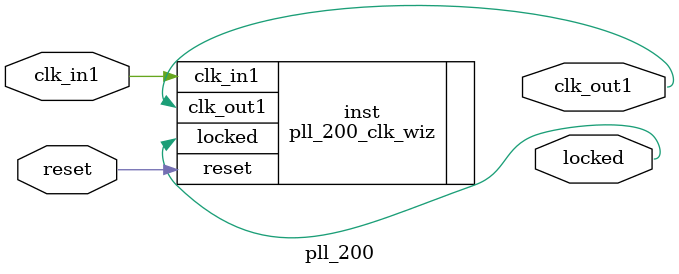
<source format=v>


`timescale 1ps/1ps

(* CORE_GENERATION_INFO = "pll_200,clk_wiz_v6_0_1_0_0,{component_name=pll_200,use_phase_alignment=true,use_min_o_jitter=false,use_max_i_jitter=false,use_dyn_phase_shift=false,use_inclk_switchover=false,use_dyn_reconfig=false,enable_axi=0,feedback_source=FDBK_AUTO,PRIMITIVE=MMCM,num_out_clk=1,clkin1_period=40.000,clkin2_period=10.0,use_power_down=false,use_reset=true,use_locked=true,use_inclk_stopped=false,feedback_type=SINGLE,CLOCK_MGR_TYPE=NA,manual_override=false}" *)

module pll_200 
 (
  // Clock out ports
  output        clk_out1,
  // Status and control signals
  input         reset,
  output        locked,
 // Clock in ports
  input         clk_in1
 );

  pll_200_clk_wiz inst
  (
  // Clock out ports  
  .clk_out1(clk_out1),
  // Status and control signals               
  .reset(reset), 
  .locked(locked),
 // Clock in ports
  .clk_in1(clk_in1)
  );

endmodule

</source>
